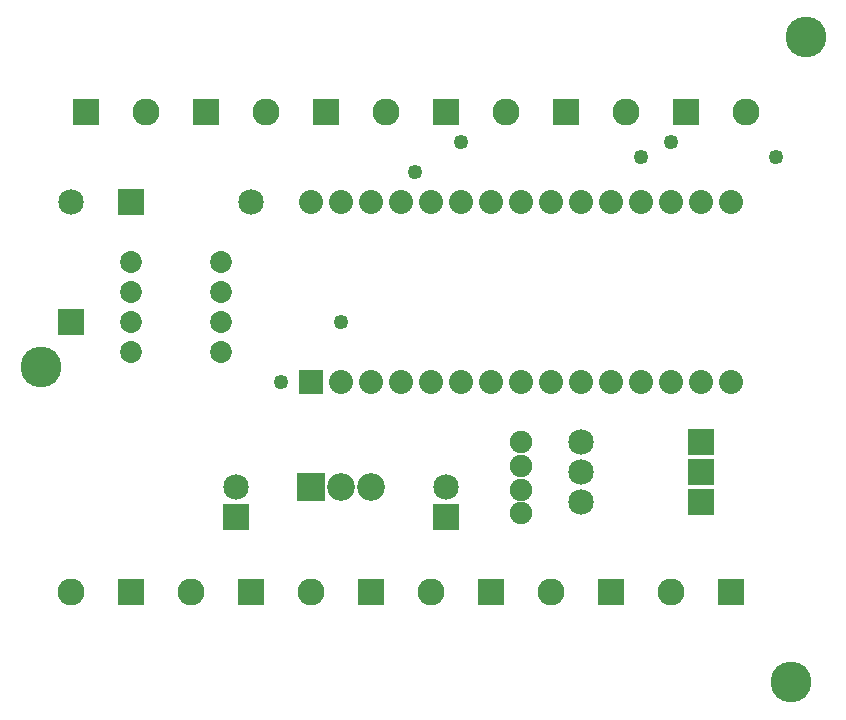
<source format=gbs>
G04 MADE WITH FRITZING*
G04 WWW.FRITZING.ORG*
G04 DOUBLE SIDED*
G04 HOLES PLATED*
G04 CONTOUR ON CENTER OF CONTOUR VECTOR*
%ASAXBY*%
%FSLAX23Y23*%
%MOIN*%
%OFA0B0*%
%SFA1.0B1.0*%
%ADD10C,0.080000*%
%ADD11C,0.073000*%
%ADD12C,0.085000*%
%ADD13C,0.090000*%
%ADD14C,0.092000*%
%ADD15C,0.075000*%
%ADD16C,0.049370*%
%ADD17C,0.135984*%
%ADD18R,0.080000X0.079972*%
%ADD19R,0.085000X0.085000*%
%ADD20R,0.090000X0.090000*%
%ADD21R,0.092000X0.092000*%
%LNMASK0*%
G90*
G70*
G54D10*
X1006Y1150D03*
X1106Y1150D03*
X1206Y1150D03*
X1306Y1150D03*
X1406Y1150D03*
X1506Y1150D03*
X1606Y1150D03*
X1706Y1150D03*
X1806Y1150D03*
X1906Y1150D03*
X2006Y1150D03*
X2106Y1150D03*
X2206Y1150D03*
X2306Y1150D03*
X2406Y1150D03*
X1006Y1750D03*
X1106Y1750D03*
X1206Y1750D03*
X1306Y1750D03*
X1406Y1750D03*
X1506Y1750D03*
X1606Y1750D03*
X1706Y1750D03*
X1806Y1750D03*
X1906Y1750D03*
X2006Y1750D03*
X2106Y1750D03*
X2206Y1750D03*
X2306Y1750D03*
X2406Y1750D03*
G54D11*
X706Y1250D03*
X706Y1350D03*
X706Y1450D03*
X706Y1550D03*
X406Y1550D03*
X406Y1450D03*
X406Y1350D03*
X406Y1250D03*
G54D12*
X206Y1350D03*
X206Y1750D03*
X406Y1750D03*
X806Y1750D03*
G54D13*
X1606Y450D03*
X1406Y450D03*
X1206Y450D03*
X1006Y450D03*
X406Y450D03*
X206Y450D03*
X656Y2050D03*
X856Y2050D03*
X2256Y2050D03*
X2456Y2050D03*
X1856Y2050D03*
X2056Y2050D03*
X256Y2050D03*
X456Y2050D03*
X1456Y2050D03*
X1656Y2050D03*
X1056Y2050D03*
X1256Y2050D03*
X806Y450D03*
X606Y450D03*
X2406Y450D03*
X2206Y450D03*
X2006Y450D03*
X1806Y450D03*
G54D14*
X1006Y800D03*
X1106Y800D03*
X1206Y800D03*
G54D12*
X1456Y700D03*
X1456Y800D03*
X756Y700D03*
X756Y800D03*
G54D15*
X1706Y714D03*
X1706Y793D03*
X1706Y872D03*
X1706Y950D03*
G54D16*
X1106Y1350D03*
X906Y1150D03*
G54D12*
X2306Y750D03*
X1906Y750D03*
X2306Y850D03*
X1906Y850D03*
X2306Y950D03*
X1906Y950D03*
G54D17*
X106Y1200D03*
X2606Y150D03*
X2656Y2300D03*
G54D16*
X2557Y1902D03*
X1354Y1850D03*
X2106Y1902D03*
X2206Y1950D03*
X1506Y1950D03*
G54D18*
X1006Y1150D03*
G54D19*
X206Y1350D03*
X406Y1750D03*
G54D20*
X1606Y450D03*
X1206Y450D03*
X406Y450D03*
X656Y2050D03*
X2256Y2050D03*
X1856Y2050D03*
X256Y2050D03*
X1456Y2050D03*
X1056Y2050D03*
X806Y450D03*
X2406Y450D03*
X2006Y450D03*
G54D21*
X1006Y800D03*
G54D19*
X1456Y700D03*
X756Y700D03*
X2306Y750D03*
X2306Y850D03*
X2306Y950D03*
G04 End of Mask0*
M02*
</source>
